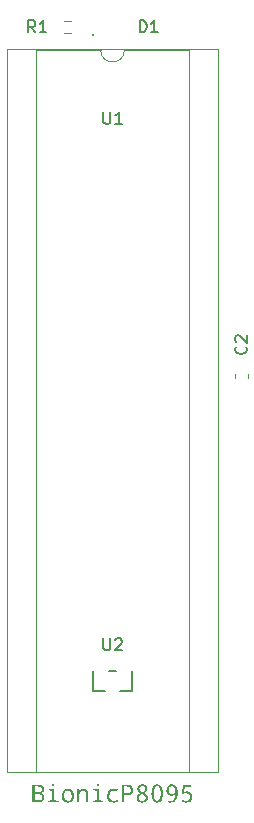
<source format=gbr>
G04 #@! TF.GenerationSoftware,KiCad,Pcbnew,8.0.8+dfsg-1*
G04 #@! TF.CreationDate,2025-06-20T16:24:31+09:00*
G04 #@! TF.ProjectId,bionic-p8095,62696f6e-6963-42d7-9038-3039352e6b69,1*
G04 #@! TF.SameCoordinates,Original*
G04 #@! TF.FileFunction,Legend,Top*
G04 #@! TF.FilePolarity,Positive*
%FSLAX46Y46*%
G04 Gerber Fmt 4.6, Leading zero omitted, Abs format (unit mm)*
G04 Created by KiCad (PCBNEW 8.0.8+dfsg-1) date 2025-06-20 16:24:31*
%MOMM*%
%LPD*%
G01*
G04 APERTURE LIST*
%ADD10C,0.150000*%
%ADD11C,0.120000*%
%ADD12C,0.152400*%
G04 APERTURE END LIST*
D10*
G36*
X107445538Y-135926063D02*
G01*
X107522344Y-135932637D01*
X107604522Y-135946311D01*
X107675805Y-135966297D01*
X107745195Y-135997590D01*
X107770394Y-136013631D01*
X107826173Y-136065219D01*
X107866015Y-136130592D01*
X107889920Y-136209750D01*
X107897764Y-136290321D01*
X107897889Y-136302692D01*
X107889982Y-136380373D01*
X107863019Y-136455904D01*
X107816922Y-136521045D01*
X107760737Y-136568622D01*
X107693389Y-136602819D01*
X107614878Y-136623634D01*
X107597836Y-136626192D01*
X107597836Y-136636450D01*
X107678036Y-136654127D01*
X107747542Y-136679315D01*
X107819387Y-136721361D01*
X107874524Y-136775142D01*
X107912953Y-136840658D01*
X107934674Y-136917909D01*
X107940020Y-136988160D01*
X107935397Y-137061481D01*
X107918314Y-137139274D01*
X107888644Y-137208722D01*
X107846386Y-137269826D01*
X107808496Y-137308362D01*
X107746538Y-137353615D01*
X107675430Y-137387753D01*
X107595170Y-137410776D01*
X107519092Y-137421664D01*
X107450558Y-137424500D01*
X106907606Y-137424500D01*
X106907606Y-137260735D01*
X107100314Y-137260735D01*
X107416486Y-137260735D01*
X107491619Y-137256355D01*
X107571448Y-137238565D01*
X107646582Y-137199152D01*
X107699175Y-137140033D01*
X107729228Y-137061207D01*
X107737055Y-136980466D01*
X107728906Y-136905635D01*
X107697616Y-136832580D01*
X107642859Y-136777788D01*
X107564635Y-136741261D01*
X107481521Y-136724772D01*
X107403297Y-136720714D01*
X107100314Y-136720714D01*
X107100314Y-137260735D01*
X106907606Y-137260735D01*
X106907606Y-136556949D01*
X107100314Y-136556949D01*
X107392672Y-136556949D01*
X107467640Y-136553446D01*
X107546021Y-136539213D01*
X107617600Y-136507683D01*
X107627145Y-136500895D01*
X107674824Y-136443259D01*
X107697261Y-136368589D01*
X107700785Y-136315515D01*
X107691477Y-136239822D01*
X107656477Y-136171465D01*
X107622016Y-136140759D01*
X107549957Y-136108387D01*
X107470072Y-136092824D01*
X107393182Y-136087844D01*
X107372156Y-136087636D01*
X107100314Y-136087636D01*
X107100314Y-136556949D01*
X106907606Y-136556949D01*
X106907606Y-135923871D01*
X107361165Y-135923871D01*
X107445538Y-135926063D01*
G37*
G36*
X108680809Y-135830082D02*
G01*
X108755441Y-135852452D01*
X108788280Y-135919561D01*
X108789986Y-135946952D01*
X108771644Y-136019080D01*
X108757379Y-136035613D01*
X108689015Y-136064301D01*
X108680809Y-136064555D01*
X108609410Y-136045146D01*
X108573226Y-135980832D01*
X108570533Y-135946952D01*
X108588733Y-135871284D01*
X108654963Y-135831908D01*
X108680809Y-135830082D01*
G37*
G36*
X108586287Y-136446307D02*
G01*
X108308949Y-136424691D01*
X108308949Y-136299028D01*
X108773499Y-136299028D01*
X108773499Y-137277221D01*
X109136200Y-137297737D01*
X109136200Y-137424500D01*
X108231646Y-137424500D01*
X108231646Y-137297737D01*
X108586287Y-137277221D01*
X108586287Y-136446307D01*
G37*
G36*
X110005242Y-136281197D02*
G01*
X110080882Y-136298044D01*
X110150803Y-136326122D01*
X110215005Y-136365432D01*
X110273489Y-136415973D01*
X110291713Y-136435316D01*
X110340395Y-136498900D01*
X110379005Y-136569852D01*
X110407542Y-136648171D01*
X110426008Y-136733857D01*
X110433702Y-136810890D01*
X110434961Y-136859566D01*
X110431509Y-136942148D01*
X110421151Y-137019077D01*
X110403888Y-137090354D01*
X110374058Y-137168424D01*
X110334285Y-137238354D01*
X110293545Y-137290410D01*
X110237353Y-137343948D01*
X110174568Y-137386409D01*
X110105187Y-137417793D01*
X110029213Y-137438101D01*
X109946643Y-137447331D01*
X109917655Y-137447947D01*
X109836893Y-137442318D01*
X109761669Y-137425433D01*
X109691984Y-137397290D01*
X109627838Y-137357890D01*
X109569229Y-137307233D01*
X109550924Y-137287846D01*
X109502118Y-137223896D01*
X109463409Y-137152400D01*
X109434798Y-137073355D01*
X109418669Y-137001719D01*
X109409553Y-136924842D01*
X109407309Y-136859566D01*
X109601116Y-136859566D01*
X109603934Y-136936890D01*
X109616456Y-137028157D01*
X109638996Y-137105904D01*
X109681258Y-137184073D01*
X109739173Y-137241115D01*
X109812741Y-137277031D01*
X109901962Y-137291819D01*
X109921685Y-137292242D01*
X109996560Y-137285481D01*
X110076116Y-137258017D01*
X110140072Y-137209425D01*
X110188429Y-137139707D01*
X110215884Y-137068721D01*
X110233355Y-136984214D01*
X110240842Y-136886186D01*
X110241154Y-136859566D01*
X110238327Y-136783028D01*
X110225762Y-136692687D01*
X110203145Y-136615731D01*
X110160737Y-136538356D01*
X110102624Y-136481893D01*
X110028803Y-136446343D01*
X109939277Y-136431704D01*
X109919487Y-136431286D01*
X109844868Y-136437978D01*
X109765587Y-136465164D01*
X109701850Y-136513261D01*
X109653660Y-136582271D01*
X109626300Y-136652536D01*
X109608889Y-136736184D01*
X109601427Y-136833217D01*
X109601116Y-136859566D01*
X109407309Y-136859566D01*
X109410717Y-136777749D01*
X109420941Y-136701514D01*
X109442206Y-136617399D01*
X109473285Y-136541321D01*
X109514179Y-136473280D01*
X109546894Y-136432385D01*
X109602677Y-136379096D01*
X109665339Y-136336833D01*
X109734878Y-136305594D01*
X109811295Y-136285381D01*
X109894590Y-136276194D01*
X109923883Y-136275581D01*
X110005242Y-136281197D01*
G37*
G36*
X111463346Y-137424500D02*
G01*
X111463346Y-136698366D01*
X111457362Y-136621424D01*
X111434384Y-136546308D01*
X111385795Y-136482407D01*
X111313750Y-136444066D01*
X111233327Y-136431547D01*
X111218248Y-136431286D01*
X111144059Y-136437674D01*
X111065234Y-136463628D01*
X111001864Y-136509545D01*
X110953950Y-136575426D01*
X110921493Y-136661271D01*
X110906655Y-136744321D01*
X110901709Y-136840148D01*
X110901709Y-137424500D01*
X110714131Y-137424500D01*
X110714131Y-136299028D01*
X110865439Y-136299028D01*
X110893283Y-136448871D01*
X110903541Y-136448871D01*
X110948097Y-136389980D01*
X111011996Y-136336673D01*
X111088727Y-136299950D01*
X111164710Y-136281673D01*
X111250122Y-136275581D01*
X111344060Y-136282021D01*
X111425473Y-136301341D01*
X111494361Y-136333541D01*
X111562857Y-136391904D01*
X111603564Y-136453084D01*
X111631745Y-136527144D01*
X111647401Y-136614083D01*
X111650924Y-136687741D01*
X111650924Y-137424500D01*
X111463346Y-137424500D01*
G37*
G36*
X112461688Y-135830082D02*
G01*
X112536321Y-135852452D01*
X112569159Y-135919561D01*
X112570865Y-135946952D01*
X112552524Y-136019080D01*
X112538258Y-136035613D01*
X112469894Y-136064301D01*
X112461688Y-136064555D01*
X112390289Y-136045146D01*
X112354105Y-135980832D01*
X112351413Y-135946952D01*
X112369612Y-135871284D01*
X112435842Y-135831908D01*
X112461688Y-135830082D01*
G37*
G36*
X112367166Y-136446307D02*
G01*
X112089829Y-136424691D01*
X112089829Y-136299028D01*
X112554378Y-136299028D01*
X112554378Y-137277221D01*
X112917079Y-137297737D01*
X112917079Y-137424500D01*
X112012526Y-137424500D01*
X112012526Y-137297737D01*
X112367166Y-137277221D01*
X112367166Y-136446307D01*
G37*
G36*
X114163084Y-136336398D02*
G01*
X114099337Y-136499063D01*
X114024094Y-136472937D01*
X113952974Y-136454275D01*
X113877890Y-136442204D01*
X113823098Y-136439346D01*
X113733539Y-136446004D01*
X113655921Y-136465976D01*
X113590245Y-136499264D01*
X113524941Y-136559598D01*
X113486133Y-136622844D01*
X113459265Y-136699406D01*
X113444338Y-136789282D01*
X113440980Y-136865428D01*
X113444248Y-136940264D01*
X113458774Y-137028595D01*
X113484920Y-137103840D01*
X113533945Y-137179493D01*
X113601127Y-137234700D01*
X113686465Y-137269460D01*
X113767810Y-137282546D01*
X113812840Y-137284182D01*
X113894241Y-137280198D01*
X113976513Y-137268245D01*
X114049214Y-137251250D01*
X114122582Y-137228154D01*
X114143667Y-137220435D01*
X114143667Y-137385299D01*
X114070691Y-137412707D01*
X113989885Y-137432285D01*
X113912756Y-137442991D01*
X113829631Y-137447702D01*
X113804780Y-137447947D01*
X113724893Y-137444289D01*
X113650785Y-137433314D01*
X113569482Y-137410486D01*
X113496500Y-137377123D01*
X113431838Y-137333223D01*
X113393353Y-137298104D01*
X113343674Y-137237327D01*
X113304275Y-137167380D01*
X113275153Y-137088263D01*
X113258736Y-137015326D01*
X113249457Y-136936021D01*
X113247173Y-136867992D01*
X113250823Y-136780918D01*
X113261771Y-136700588D01*
X113280017Y-136627002D01*
X113311547Y-136547601D01*
X113353588Y-136477912D01*
X113396650Y-136427256D01*
X113456967Y-136375710D01*
X113525810Y-136334829D01*
X113603181Y-136304613D01*
X113689077Y-136285061D01*
X113767171Y-136276914D01*
X113816870Y-136275581D01*
X113896173Y-136278491D01*
X113973478Y-136287222D01*
X114048784Y-136301773D01*
X114122091Y-136322144D01*
X114163084Y-136336398D01*
G37*
G36*
X115022361Y-135927723D02*
G01*
X115107723Y-135939276D01*
X115183773Y-135958532D01*
X115270687Y-135996187D01*
X115341046Y-136047535D01*
X115394850Y-136112576D01*
X115432099Y-136191310D01*
X115452793Y-136283737D01*
X115457449Y-136362043D01*
X115452426Y-136442672D01*
X115437356Y-136516397D01*
X115407077Y-136593684D01*
X115363124Y-136661575D01*
X115314567Y-136712287D01*
X115246010Y-136761252D01*
X115177368Y-136793649D01*
X115099608Y-136817211D01*
X115012728Y-136831937D01*
X114933362Y-136837459D01*
X114899842Y-136837950D01*
X114703105Y-136837950D01*
X114703105Y-137424500D01*
X114511496Y-137424500D01*
X114511496Y-136674185D01*
X114703105Y-136674185D01*
X114878227Y-136674185D01*
X114961948Y-136670679D01*
X115034554Y-136660161D01*
X115111573Y-136636333D01*
X115170219Y-136600913D01*
X115220488Y-136540754D01*
X115248080Y-136469084D01*
X115258168Y-136390754D01*
X115258513Y-136371569D01*
X115250007Y-136289772D01*
X115217343Y-136209916D01*
X115160182Y-136150024D01*
X115093834Y-136115364D01*
X115010473Y-136094568D01*
X114931536Y-136087914D01*
X114910101Y-136087636D01*
X114703105Y-136087636D01*
X114703105Y-136674185D01*
X114511496Y-136674185D01*
X114511496Y-135923871D01*
X114927686Y-135923871D01*
X115022361Y-135927723D01*
G37*
G36*
X116302706Y-135905087D02*
G01*
X116375320Y-135919077D01*
X116449807Y-135946486D01*
X116515226Y-135986076D01*
X116530163Y-135997877D01*
X116581615Y-136050885D01*
X116621926Y-136120756D01*
X116642139Y-136191962D01*
X116647766Y-136261293D01*
X116638274Y-136346000D01*
X116609796Y-136423443D01*
X116562333Y-136493622D01*
X116508279Y-136546555D01*
X116441040Y-136594444D01*
X116377756Y-136629123D01*
X116452374Y-136671518D01*
X116517043Y-136716272D01*
X116583888Y-136775530D01*
X116635188Y-136838474D01*
X116670943Y-136905103D01*
X116693328Y-136989922D01*
X116696127Y-137034322D01*
X116689903Y-137112560D01*
X116671232Y-137183787D01*
X116634653Y-137256602D01*
X116581817Y-137320257D01*
X116566067Y-137334740D01*
X116505329Y-137378851D01*
X116436597Y-137412128D01*
X116359871Y-137434570D01*
X116275151Y-137446178D01*
X116223150Y-137447947D01*
X116143183Y-137444199D01*
X116070067Y-137432955D01*
X115993426Y-137410362D01*
X115926112Y-137377566D01*
X115875837Y-137341335D01*
X115821340Y-137282556D01*
X115782414Y-137213199D01*
X115759058Y-137133263D01*
X115751395Y-137054641D01*
X115751273Y-137042748D01*
X115751338Y-137042015D01*
X115934455Y-137042015D01*
X115944450Y-137125684D01*
X115981376Y-137201418D01*
X116045509Y-137253591D01*
X116122137Y-137279557D01*
X116201263Y-137287972D01*
X116218754Y-137288212D01*
X116292640Y-137282909D01*
X116369249Y-137262023D01*
X116435642Y-137221167D01*
X116482525Y-137163242D01*
X116507769Y-137090581D01*
X116512578Y-137033955D01*
X116500166Y-136957239D01*
X116462930Y-136888657D01*
X116447732Y-136870557D01*
X116392413Y-136820922D01*
X116331182Y-136779538D01*
X116264687Y-136742169D01*
X116227180Y-136723278D01*
X116196406Y-136708990D01*
X116120941Y-136749868D01*
X116058268Y-136794878D01*
X115999943Y-136854345D01*
X115960036Y-136919763D01*
X115938548Y-136991131D01*
X115934455Y-137042015D01*
X115751338Y-137042015D01*
X115758366Y-136963014D01*
X115779645Y-136889362D01*
X115815110Y-136821792D01*
X115864760Y-136760304D01*
X115928597Y-136704899D01*
X116006619Y-136655575D01*
X116041800Y-136637549D01*
X115972035Y-136588800D01*
X115914095Y-136536205D01*
X115860175Y-136468014D01*
X115823282Y-136394285D01*
X115803417Y-136315017D01*
X115800401Y-136270452D01*
X115983182Y-136270452D01*
X115992929Y-136345265D01*
X116025005Y-136413593D01*
X116034106Y-136425790D01*
X116090236Y-136477409D01*
X116153491Y-136517279D01*
X116225348Y-136553285D01*
X116294163Y-136518753D01*
X116361345Y-136472591D01*
X116418497Y-136412224D01*
X116452788Y-136344844D01*
X116464218Y-136270452D01*
X116453516Y-136195146D01*
X116414570Y-136128240D01*
X116399371Y-136114015D01*
X116333304Y-136077199D01*
X116255254Y-136061474D01*
X116220952Y-136060159D01*
X116145355Y-136067732D01*
X116073047Y-136095712D01*
X116047295Y-136114015D01*
X116001276Y-136175211D01*
X115983745Y-136251646D01*
X115983182Y-136270452D01*
X115800401Y-136270452D01*
X115799633Y-136259095D01*
X115807121Y-136180922D01*
X115833444Y-136103159D01*
X115878721Y-136036176D01*
X115919434Y-135997511D01*
X115983479Y-135955035D01*
X116055447Y-135924696D01*
X116135337Y-135906492D01*
X116211740Y-135900519D01*
X116223150Y-135900424D01*
X116302706Y-135905087D01*
G37*
G36*
X117566712Y-135907418D02*
G01*
X117643962Y-135928399D01*
X117712995Y-135963369D01*
X117773810Y-136012326D01*
X117826408Y-136075270D01*
X117842114Y-136099360D01*
X117877366Y-136165839D01*
X117906643Y-136240940D01*
X117929945Y-136324663D01*
X117944284Y-136397850D01*
X117954800Y-136476556D01*
X117961492Y-136560779D01*
X117964360Y-136650521D01*
X117964480Y-136673819D01*
X117962592Y-136767561D01*
X117956929Y-136855255D01*
X117947491Y-136936902D01*
X117934277Y-137012500D01*
X117907379Y-137114558D01*
X117871986Y-137203008D01*
X117828098Y-137277850D01*
X117775716Y-137339085D01*
X117714840Y-137386712D01*
X117645469Y-137420731D01*
X117567604Y-137441143D01*
X117481245Y-137447947D01*
X117396787Y-137440953D01*
X117320365Y-137419971D01*
X117251981Y-137385002D01*
X117191634Y-137336045D01*
X117139324Y-137273101D01*
X117123674Y-137249011D01*
X117088633Y-137182514D01*
X117059531Y-137107360D01*
X117036369Y-137023547D01*
X117022115Y-136950262D01*
X117011662Y-136871437D01*
X117005010Y-136787070D01*
X117002159Y-136697162D01*
X117002041Y-136673819D01*
X117002056Y-136673086D01*
X117192916Y-136673086D01*
X117194004Y-136752015D01*
X117197267Y-136825219D01*
X117204405Y-136908674D01*
X117214941Y-136983185D01*
X117232072Y-137060791D01*
X117258243Y-137135053D01*
X117262526Y-137144231D01*
X117302299Y-137207223D01*
X117358923Y-137256576D01*
X117428124Y-137283150D01*
X117481245Y-137288212D01*
X117560187Y-137276794D01*
X117626377Y-137242540D01*
X117679816Y-137185449D01*
X117703995Y-137143864D01*
X117731689Y-137071874D01*
X117750013Y-136996355D01*
X117761465Y-136923681D01*
X117769447Y-136842152D01*
X117773959Y-136751769D01*
X117775069Y-136673086D01*
X117773959Y-136594925D01*
X117769447Y-136505112D01*
X117761465Y-136424065D01*
X117747306Y-136338378D01*
X117728149Y-136265314D01*
X117703995Y-136204873D01*
X117663420Y-136141561D01*
X117605730Y-136091956D01*
X117535290Y-136065247D01*
X117481245Y-136060159D01*
X117403659Y-136071519D01*
X117338651Y-136105600D01*
X117286219Y-136162400D01*
X117262526Y-136203774D01*
X117235403Y-136275193D01*
X117217456Y-136350335D01*
X117206240Y-136422772D01*
X117198423Y-136504136D01*
X117194004Y-136594427D01*
X117192916Y-136673086D01*
X117002056Y-136673086D01*
X117003913Y-136580166D01*
X117009528Y-136492555D01*
X117018888Y-136410986D01*
X117031991Y-136335459D01*
X117058665Y-136233498D01*
X117093763Y-136145131D01*
X117137285Y-136070360D01*
X117189230Y-136009183D01*
X117249598Y-135961601D01*
X117318390Y-135927614D01*
X117395606Y-135907222D01*
X117481245Y-135900424D01*
X117566712Y-135907418D01*
G37*
G36*
X118808845Y-135906619D02*
G01*
X118883819Y-135925205D01*
X118952173Y-135956182D01*
X119013907Y-135999549D01*
X119069021Y-136055306D01*
X119085921Y-136076645D01*
X119130992Y-136147382D01*
X119166738Y-136227702D01*
X119189404Y-136301955D01*
X119205593Y-136382863D01*
X119215307Y-136470425D01*
X119218415Y-136545267D01*
X119218545Y-136564643D01*
X119215974Y-136671605D01*
X119208263Y-136771667D01*
X119195412Y-136864828D01*
X119177420Y-136951088D01*
X119154288Y-137030448D01*
X119126015Y-137102906D01*
X119092601Y-137168464D01*
X119032842Y-137253861D01*
X118961517Y-137323732D01*
X118878626Y-137378076D01*
X118784168Y-137416893D01*
X118678144Y-137440183D01*
X118601036Y-137447084D01*
X118560554Y-137447947D01*
X118484786Y-137445319D01*
X118410454Y-137435612D01*
X118383234Y-137429262D01*
X118383234Y-137268795D01*
X118455131Y-137291673D01*
X118529293Y-137300170D01*
X118554326Y-137300668D01*
X118636711Y-137295491D01*
X118711033Y-137279957D01*
X118787551Y-137248747D01*
X118853095Y-137203442D01*
X118900540Y-137153390D01*
X118946284Y-137080716D01*
X118977428Y-137005308D01*
X118997694Y-136933219D01*
X119012791Y-136852723D01*
X119022717Y-136763819D01*
X119026936Y-136686642D01*
X119014480Y-136686642D01*
X118965488Y-136754878D01*
X118905065Y-136806354D01*
X118833213Y-136841071D01*
X118749930Y-136859028D01*
X118697208Y-136861764D01*
X118613955Y-136855961D01*
X118538907Y-136838553D01*
X118463184Y-136804447D01*
X118398178Y-136755182D01*
X118383600Y-136740497D01*
X118333752Y-136674094D01*
X118301818Y-136606524D01*
X118280788Y-136530118D01*
X118270662Y-136444877D01*
X118269680Y-136406373D01*
X118451011Y-136406373D01*
X118456576Y-136484416D01*
X118475810Y-136558419D01*
X118512835Y-136624367D01*
X118521353Y-136634618D01*
X118582885Y-136683287D01*
X118654225Y-136708168D01*
X118723220Y-136714486D01*
X118800851Y-136706328D01*
X118870252Y-136681856D01*
X118931425Y-136641070D01*
X118942672Y-136630954D01*
X118993150Y-136570973D01*
X119024319Y-136499712D01*
X119031332Y-136442277D01*
X119026180Y-136367378D01*
X119008068Y-136289303D01*
X118976914Y-136217777D01*
X118948900Y-136173732D01*
X118898214Y-136118831D01*
X118831768Y-136078903D01*
X118754660Y-136061157D01*
X118729448Y-136060159D01*
X118652741Y-136068853D01*
X118581586Y-136098499D01*
X118524284Y-136149185D01*
X118485644Y-136212555D01*
X118463104Y-136282803D01*
X118452800Y-136355755D01*
X118451011Y-136406373D01*
X118269680Y-136406373D01*
X118269661Y-136405640D01*
X118274027Y-136321315D01*
X118287126Y-136243919D01*
X118308958Y-136173453D01*
X118345465Y-136100000D01*
X118393859Y-136035979D01*
X118452262Y-135983160D01*
X118518800Y-135943315D01*
X118593473Y-135916442D01*
X118676280Y-135902542D01*
X118727250Y-135900424D01*
X118808845Y-135906619D01*
G37*
G36*
X119548639Y-137366614D02*
G01*
X119548639Y-137189294D01*
X119617095Y-137227837D01*
X119692634Y-137256914D01*
X119775256Y-137276523D01*
X119851711Y-137285797D01*
X119919399Y-137288212D01*
X120000543Y-137283220D01*
X120086759Y-137262941D01*
X120156069Y-137227064D01*
X120208475Y-137175586D01*
X120243975Y-137108510D01*
X120262571Y-137025835D01*
X120265614Y-136968742D01*
X120256964Y-136882618D01*
X120231017Y-136811091D01*
X120177045Y-136744527D01*
X120113040Y-136705115D01*
X120031737Y-136680299D01*
X119954240Y-136670957D01*
X119911339Y-136669789D01*
X119834746Y-136673396D01*
X119759270Y-136681911D01*
X119682286Y-136693857D01*
X119673203Y-136695435D01*
X119580512Y-136636450D01*
X119637299Y-135923871D01*
X120348046Y-135923871D01*
X120348046Y-136094964D01*
X119799965Y-136094964D01*
X119759665Y-136530571D01*
X119834873Y-136518890D01*
X119908869Y-136512058D01*
X119975087Y-136510054D01*
X120053358Y-136514176D01*
X120125783Y-136526541D01*
X120202887Y-136551385D01*
X120272032Y-136587449D01*
X120324965Y-136627291D01*
X120376927Y-136682576D01*
X120416126Y-136746172D01*
X120442563Y-136818077D01*
X120456238Y-136898292D01*
X120458321Y-136947860D01*
X120453324Y-137033748D01*
X120438331Y-137111985D01*
X120413344Y-137182572D01*
X120371560Y-137255253D01*
X120316172Y-137317521D01*
X120248407Y-137368341D01*
X120181448Y-137401967D01*
X120106297Y-137426421D01*
X120022955Y-137441706D01*
X119947246Y-137447437D01*
X119915369Y-137447947D01*
X119832152Y-137445087D01*
X119755606Y-137436509D01*
X119674735Y-137419274D01*
X119602945Y-137394254D01*
X119548639Y-137366614D01*
G37*
X107157933Y-72232819D02*
X106824600Y-71756628D01*
X106586505Y-72232819D02*
X106586505Y-71232819D01*
X106586505Y-71232819D02*
X106967457Y-71232819D01*
X106967457Y-71232819D02*
X107062695Y-71280438D01*
X107062695Y-71280438D02*
X107110314Y-71328057D01*
X107110314Y-71328057D02*
X107157933Y-71423295D01*
X107157933Y-71423295D02*
X107157933Y-71566152D01*
X107157933Y-71566152D02*
X107110314Y-71661390D01*
X107110314Y-71661390D02*
X107062695Y-71709009D01*
X107062695Y-71709009D02*
X106967457Y-71756628D01*
X106967457Y-71756628D02*
X106586505Y-71756628D01*
X108110314Y-72232819D02*
X107538886Y-72232819D01*
X107824600Y-72232819D02*
X107824600Y-71232819D01*
X107824600Y-71232819D02*
X107729362Y-71375676D01*
X107729362Y-71375676D02*
X107634124Y-71470914D01*
X107634124Y-71470914D02*
X107538886Y-71518533D01*
X112938095Y-78979819D02*
X112938095Y-79789342D01*
X112938095Y-79789342D02*
X112985714Y-79884580D01*
X112985714Y-79884580D02*
X113033333Y-79932200D01*
X113033333Y-79932200D02*
X113128571Y-79979819D01*
X113128571Y-79979819D02*
X113319047Y-79979819D01*
X113319047Y-79979819D02*
X113414285Y-79932200D01*
X113414285Y-79932200D02*
X113461904Y-79884580D01*
X113461904Y-79884580D02*
X113509523Y-79789342D01*
X113509523Y-79789342D02*
X113509523Y-78979819D01*
X114509523Y-79979819D02*
X113938095Y-79979819D01*
X114223809Y-79979819D02*
X114223809Y-78979819D01*
X114223809Y-78979819D02*
X114128571Y-79122676D01*
X114128571Y-79122676D02*
X114033333Y-79217914D01*
X114033333Y-79217914D02*
X113938095Y-79265533D01*
X116009905Y-72232819D02*
X116009905Y-71232819D01*
X116009905Y-71232819D02*
X116248000Y-71232819D01*
X116248000Y-71232819D02*
X116390857Y-71280438D01*
X116390857Y-71280438D02*
X116486095Y-71375676D01*
X116486095Y-71375676D02*
X116533714Y-71470914D01*
X116533714Y-71470914D02*
X116581333Y-71661390D01*
X116581333Y-71661390D02*
X116581333Y-71804247D01*
X116581333Y-71804247D02*
X116533714Y-71994723D01*
X116533714Y-71994723D02*
X116486095Y-72089961D01*
X116486095Y-72089961D02*
X116390857Y-72185200D01*
X116390857Y-72185200D02*
X116248000Y-72232819D01*
X116248000Y-72232819D02*
X116009905Y-72232819D01*
X117533714Y-72232819D02*
X116962286Y-72232819D01*
X117248000Y-72232819D02*
X117248000Y-71232819D01*
X117248000Y-71232819D02*
X117152762Y-71375676D01*
X117152762Y-71375676D02*
X117057524Y-71470914D01*
X117057524Y-71470914D02*
X116962286Y-71518533D01*
X124981580Y-98844366D02*
X125029200Y-98891985D01*
X125029200Y-98891985D02*
X125076819Y-99034842D01*
X125076819Y-99034842D02*
X125076819Y-99130080D01*
X125076819Y-99130080D02*
X125029200Y-99272937D01*
X125029200Y-99272937D02*
X124933961Y-99368175D01*
X124933961Y-99368175D02*
X124838723Y-99415794D01*
X124838723Y-99415794D02*
X124648247Y-99463413D01*
X124648247Y-99463413D02*
X124505390Y-99463413D01*
X124505390Y-99463413D02*
X124314914Y-99415794D01*
X124314914Y-99415794D02*
X124219676Y-99368175D01*
X124219676Y-99368175D02*
X124124438Y-99272937D01*
X124124438Y-99272937D02*
X124076819Y-99130080D01*
X124076819Y-99130080D02*
X124076819Y-99034842D01*
X124076819Y-99034842D02*
X124124438Y-98891985D01*
X124124438Y-98891985D02*
X124172057Y-98844366D01*
X124172057Y-98463413D02*
X124124438Y-98415794D01*
X124124438Y-98415794D02*
X124076819Y-98320556D01*
X124076819Y-98320556D02*
X124076819Y-98082461D01*
X124076819Y-98082461D02*
X124124438Y-97987223D01*
X124124438Y-97987223D02*
X124172057Y-97939604D01*
X124172057Y-97939604D02*
X124267295Y-97891985D01*
X124267295Y-97891985D02*
X124362533Y-97891985D01*
X124362533Y-97891985D02*
X124505390Y-97939604D01*
X124505390Y-97939604D02*
X125076819Y-98511032D01*
X125076819Y-98511032D02*
X125076819Y-97891985D01*
X112938095Y-123556819D02*
X112938095Y-124366342D01*
X112938095Y-124366342D02*
X112985714Y-124461580D01*
X112985714Y-124461580D02*
X113033333Y-124509200D01*
X113033333Y-124509200D02*
X113128571Y-124556819D01*
X113128571Y-124556819D02*
X113319047Y-124556819D01*
X113319047Y-124556819D02*
X113414285Y-124509200D01*
X113414285Y-124509200D02*
X113461904Y-124461580D01*
X113461904Y-124461580D02*
X113509523Y-124366342D01*
X113509523Y-124366342D02*
X113509523Y-123556819D01*
X113938095Y-123652057D02*
X113985714Y-123604438D01*
X113985714Y-123604438D02*
X114080952Y-123556819D01*
X114080952Y-123556819D02*
X114319047Y-123556819D01*
X114319047Y-123556819D02*
X114414285Y-123604438D01*
X114414285Y-123604438D02*
X114461904Y-123652057D01*
X114461904Y-123652057D02*
X114509523Y-123747295D01*
X114509523Y-123747295D02*
X114509523Y-123842533D01*
X114509523Y-123842533D02*
X114461904Y-123985390D01*
X114461904Y-123985390D02*
X113890476Y-124556819D01*
X113890476Y-124556819D02*
X114509523Y-124556819D01*
D11*
X110146624Y-71255500D02*
X109637176Y-71255500D01*
X110146624Y-72300500D02*
X109637176Y-72300500D01*
X104750000Y-73690000D02*
X104750000Y-134890000D01*
X104750000Y-134890000D02*
X122650000Y-134890000D01*
X107240000Y-73750000D02*
X107240000Y-134830000D01*
X107240000Y-134830000D02*
X120160000Y-134830000D01*
X112700000Y-73750000D02*
X107240000Y-73750000D01*
X120160000Y-73750000D02*
X114700000Y-73750000D01*
X120160000Y-134830000D02*
X120160000Y-73750000D01*
X122650000Y-73690000D02*
X104750000Y-73690000D01*
X122650000Y-134890000D02*
X122650000Y-73690000D01*
X114700000Y-73750000D02*
G75*
G02*
X112700000Y-73750000I-1000000J0D01*
G01*
D12*
X112125200Y-72463800D02*
G75*
G02*
X111972800Y-72463800I-76200J0D01*
G01*
X111972800Y-72463800D02*
G75*
G02*
X112125200Y-72463800I76200J0D01*
G01*
D11*
X124112000Y-101198433D02*
X124112000Y-101490967D01*
X125132000Y-101198433D02*
X125132000Y-101490967D01*
D12*
X112048000Y-126323000D02*
X112048000Y-127977000D01*
X112048000Y-127977000D02*
X113037060Y-127977000D01*
X113987061Y-126323000D02*
X113412939Y-126323000D01*
X114362940Y-127977000D02*
X115352000Y-127977000D01*
X115352000Y-127977000D02*
X115352000Y-126323000D01*
M02*

</source>
